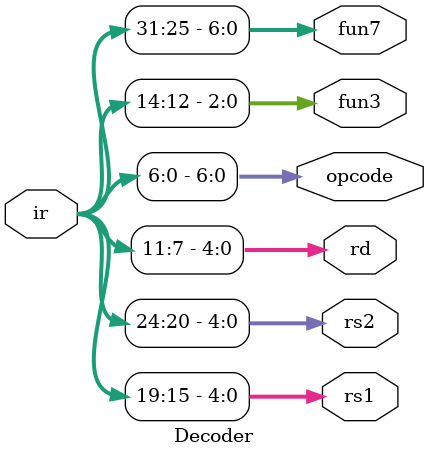
<source format=v>
module Decoder(
  input [31:0] ir,
  output [4:0] rs1,
  output [4:0] rs2,
  output [4:0] rd,
  output [6:0] opcode,
  output [2:0] fun3,
  output [6:0] fun7
  );

	assign rs1 = ir[19:15];
	assign rs2 = ir[24:20];
	assign rd = ir[11:7];
	assign opcode = ir[6:0];
	assign fun3 = ir[14:12];
	assign fun7 = ir[31:25];

endmodule

</source>
